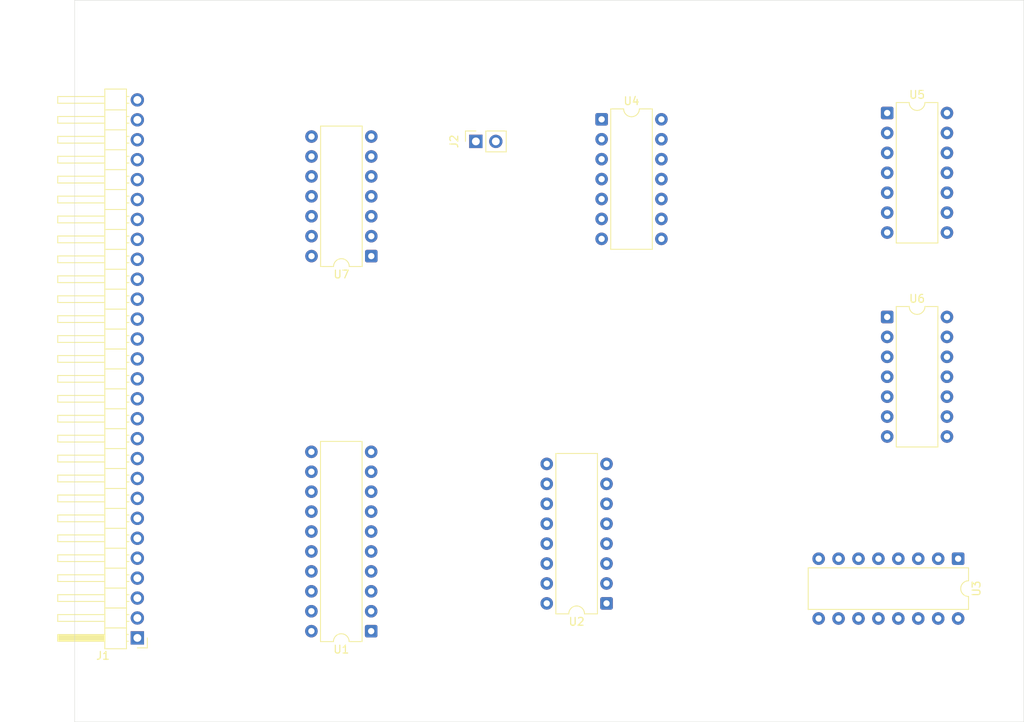
<source format=kicad_pcb>
(kicad_pcb (version 20241229) (generator "pcbnew") (generator_version "9.0")
  (layers (0 "F.Cu" signal) (2 "B.Cu" signal) (13 "F.Paste" user) (15 "B.Paste" user) (5 "F.SilkS" user "F.Silkscreen") (7 "B.SilkS" user "B.Silkscreen") (1 "F.Mask" user) (3 "B.Mask" user) (25 "Edge.Cuts" user))
  (net 0 "")
  (net 1 "/O7")
  (net 2 "/O6")
  (net 3 "Net-(J1-~{EN1})")
  (net 4 "/O4")
  (net 5 "/O1")
  (net 6 "/X1")
  (net 7 "VCC")
  (net 8 "/Y5")
  (net 9 "/Y2")
  (net 10 "/Y0")
  (net 11 "/X3")
  (net 12 "/O0")
  (net 13 "/X4")
  (net 14 "GND")
  (net 15 "/X2")
  (net 16 "/Y3")
  (net 17 "/Y6")
  (net 18 "/X7")
  (net 19 "Net-(J1-~{EN2})")
  (net 20 "/O3")
  (net 21 "/Y1")
  (net 22 "/X5")
  (net 23 "/X0")
  (net 24 "/Y7")
  (net 25 "/Y4")
  (net 26 "/X6")
  (net 27 "/O5")
  (net 28 "/O2")
  (net 29 "Net-(J2-SUB)")
  (net 30 "Net-(J2-C_{out})")
  (net 31 "Net-(U1-I2a)")
  (net 32 "Net-(U1-I1a)")
  (net 33 "Net-(U1-OEa)")
  (net 34 "Net-(U1-I1b)")
  (net 35 "Net-(U1-I3a)")
  (net 36 "Net-(U1-I0b)")
  (net 37 "Net-(U1-I0a)")
  (net 38 "Net-(U1-I2b)")
  (net 39 "Net-(U1-I3b)")
  (net 40 "Net-(U2-C0)")
  (net 41 "/Y_{xor}EN2_{6}")
  (net 42 "Net-(U2-C4)")
  (net 43 "/Y_{xor}EN2_{4}")
  (net 44 "/Y_{xor}EN2_{7}")
  (net 45 "/Y_{xor}EN2_{5}")
  (net 46 "/Y_{xor}EN2_{2}")
  (net 47 "/Y_{xor}EN2_{0}")
  (net 48 "/Y_{xor}EN2_{3}")
  (net 49 "/Y_{xor}EN2_{1}")
  (net 52 "Net-(U4-Pad6)")
  (footprint "Package_DIP:DIP-14_W7.62mm" (layer "F.Cu") (at 187.58 50.38)
    (property "Reference" "U5" (at 3.81 -2.33 0) (layer "F.SilkS"))
    (property "Value" "74HC86")
    (fp_line (start 1.16 -1.33) (end 1.16 16.57) (stroke (width 0.12)) (layer "F.SilkS"))
    (fp_line (start 1.16 16.57) (end 6.46 16.57) (stroke (width 0.12)) (layer "F.SilkS"))
    (fp_line (start 2.81 -1.33) (end 1.16 -1.33) (stroke (width 0.12)) (layer "F.SilkS"))
    (fp_line (start 6.46 -1.33) (end 4.81 -1.33) (stroke (width 0.12)) (layer "F.SilkS"))
    (fp_line (start 6.46 16.57) (end 6.46 -1.33) (stroke (width 0.12)) (layer "F.SilkS"))
    (fp_arc (start 4.81 -1.33) (mid 3.81 -0.33) (end 2.81 -1.33) (stroke (width 0.12)) (layer "F.SilkS"))
    (pad "1" thru_hole roundrect (at 0 0) (size 1.6 1.6) (drill 0.8) (layers "*.Cu" "*.Mask") (roundrect_rratio 0.15625) (net 29 "Net-(J2-SUB)"))
    (pad "2" thru_hole circle (at 0 2.54) (size 1.6 1.6) (drill 0.8) (layers "*.Cu" "*.Mask") (net 24 "/Y7"))
    (pad "3" thru_hole circle (at 0 5.08) (size 1.6 1.6) (drill 0.8) (layers "*.Cu" "*.Mask") (net 44 "/Y_{xor}EN2_{7}"))
    (pad "4" thru_hole circle (at 0 7.62) (size 1.6 1.6) (drill 0.8) (layers "*.Cu" "*.Mask") (net 29 "Net-(J2-SUB)"))
    (pad "5" thru_hole circle (at 0 10.16) (size 1.6 1.6) (drill 0.8) (layers "*.Cu" "*.Mask") (net 8 "/Y5"))
    (pad "6" thru_hole circle (at 0 12.7) (size 1.6 1.6) (drill 0.8) (layers "*.Cu" "*.Mask") (net 45 "/Y_{xor}EN2_{5}"))
    (pad "7" thru_hole circle (at 0 15.24) (size 1.6 1.6) (drill 0.8) (layers "*.Cu" "*.Mask") (net 7 "VCC"))
    (pad "8" thru_hole circle (at 7.62 15.24) (size 1.6 1.6) (drill 0.8) (layers "*.Cu" "*.Mask") (net 48 "/Y_{xor}EN2_{3}"))
    (pad "9" thru_hole circle (at 7.62 12.7) (size 1.6 1.6) (drill 0.8) (layers "*.Cu" "*.Mask") (net 29 "Net-(J2-SUB)"))
    (pad "10" thru_hole circle (at 7.62 10.16) (size 1.6 1.6) (drill 0.8) (layers "*.Cu" "*.Mask") (net 16 "/Y3"))
    (pad "11" thru_hole circle (at 7.62 7.62) (size 1.6 1.6) (drill 0.8) (layers "*.Cu" "*.Mask") (net 49 "/Y_{xor}EN2_{1}"))
    (pad "12" thru_hole circle (at 7.62 5.08) (size 1.6 1.6) (drill 0.8) (layers "*.Cu" "*.Mask") (net 29 "Net-(J2-SUB)"))
    (pad "13" thru_hole circle (at 7.62 2.54) (size 1.6 1.6) (drill 0.8) (layers "*.Cu" "*.Mask") (net 21 "/Y1"))
    (pad "14" thru_hole circle (at 7.62 0) (size 1.6 1.6) (drill 0.8) (layers "*.Cu" "*.Mask") (net 14 "GND"))
  )
  (footprint "Package_DIP:DIP-14_W7.62mm" (layer "F.Cu") (at 151.18 51.185)
    (property "Reference" "U4" (at 3.81 -2.33 0) (layer "F.SilkS"))
    (property "Value" "74AHC04")
    (fp_line (start 1.16 -1.33) (end 1.16 16.57) (stroke (width 0.12)) (layer "F.SilkS"))
    (fp_line (start 1.16 16.57) (end 6.46 16.57) (stroke (width 0.12)) (layer "F.SilkS"))
    (fp_line (start 2.81 -1.33) (end 1.16 -1.33) (stroke (width 0.12)) (layer "F.SilkS"))
    (fp_line (start 6.46 -1.33) (end 4.81 -1.33) (stroke (width 0.12)) (layer "F.SilkS"))
    (fp_line (start 6.46 16.57) (end 6.46 -1.33) (stroke (width 0.12)) (layer "F.SilkS"))
    (fp_arc (start 4.81 -1.33) (mid 3.81 -0.33) (end 2.81 -1.33) (stroke (width 0.12)) (layer "F.SilkS"))
    (pad "1" thru_hole roundrect (at 0 0) (size 1.6 1.6) (drill 0.8) (layers "*.Cu" "*.Mask") (roundrect_rratio 0.15625) (net 19 "Net-(J1-~{EN2})"))
    (pad "2" thru_hole circle (at 0 2.54) (size 1.6 1.6) (drill 0.8) (layers "*.Cu" "*.Mask") (net 29 "Net-(J2-SUB)"))
    (pad "3" thru_hole circle (at 0 5.08) (size 1.6 1.6) (drill 0.8) (layers "*.Cu" "*.Mask") (net 7 "VCC"))
    (pad "4" thru_hole circle (at 0 7.62) (size 1.6 1.6) (drill 0.8) (layers "*.Cu" "*.Mask"))
    (pad "5" thru_hole circle (at 0 10.16) (size 1.6 1.6) (drill 0.8) (layers "*.Cu" "*.Mask") (net 33 "Net-(U1-OEa)"))
    (pad "6" thru_hole circle (at 0 12.7) (size 1.6 1.6) (drill 0.8) (layers "*.Cu" "*.Mask") (net 52 "Net-(U4-Pad6)"))
    (pad "7" thru_hole circle (at 0 15.24) (size 1.6 1.6) (drill 0.8) (layers "*.Cu" "*.Mask") (net 7 "VCC"))
    (pad "8" thru_hole circle (at 7.62 15.24) (size 1.6 1.6) (drill 0.8) (layers "*.Cu" "*.Mask"))
    (pad "9" thru_hole circle (at 7.62 12.7) (size 1.6 1.6) (drill 0.8) (layers "*.Cu" "*.Mask") (net 7 "VCC"))
    (pad "10" thru_hole circle (at 7.62 10.16) (size 1.6 1.6) (drill 0.8) (layers "*.Cu" "*.Mask"))
    (pad "11" thru_hole circle (at 7.62 7.62) (size 1.6 1.6) (drill 0.8) (layers "*.Cu" "*.Mask") (net 7 "VCC"))
    (pad "12" thru_hole circle (at 7.62 5.08) (size 1.6 1.6) (drill 0.8) (layers "*.Cu" "*.Mask"))
    (pad "13" thru_hole circle (at 7.62 2.54) (size 1.6 1.6) (drill 0.8) (layers "*.Cu" "*.Mask") (net 7 "VCC"))
    (pad "14" thru_hole circle (at 7.62 0) (size 1.6 1.6) (drill 0.8) (layers "*.Cu" "*.Mask") (net 14 "GND"))
  )
  (footprint "Package_DIP:DIP-14_W7.62mm" (layer "F.Cu") (at 187.58 76.38)
    (property "Reference" "U6" (at 3.81 -2.33 0) (layer "F.SilkS"))
    (property "Value" "74HC86")
    (fp_line (start 1.16 -1.33) (end 1.16 16.57) (stroke (width 0.12)) (layer "F.SilkS"))
    (fp_line (start 1.16 16.57) (end 6.46 16.57) (stroke (width 0.12)) (layer "F.SilkS"))
    (fp_line (start 2.81 -1.33) (end 1.16 -1.33) (stroke (width 0.12)) (layer "F.SilkS"))
    (fp_line (start 6.46 -1.33) (end 4.81 -1.33) (stroke (width 0.12)) (layer "F.SilkS"))
    (fp_line (start 6.46 16.57) (end 6.46 -1.33) (stroke (width 0.12)) (layer "F.SilkS"))
    (fp_arc (start 4.81 -1.33) (mid 3.81 -0.33) (end 2.81 -1.33) (stroke (width 0.12)) (layer "F.SilkS"))
    (pad "1" thru_hole roundrect (at 0 0) (size 1.6 1.6) (drill 0.8) (layers "*.Cu" "*.Mask") (roundrect_rratio 0.15625) (net 29 "Net-(J2-SUB)"))
    (pad "2" thru_hole circle (at 0 2.54) (size 1.6 1.6) (drill 0.8) (layers "*.Cu" "*.Mask") (net 17 "/Y6"))
    (pad "3" thru_hole circle (at 0 5.08) (size 1.6 1.6) (drill 0.8) (layers "*.Cu" "*.Mask") (net 41 "/Y_{xor}EN2_{6}"))
    (pad "4" thru_hole circle (at 0 7.62) (size 1.6 1.6) (drill 0.8) (layers "*.Cu" "*.Mask") (net 29 "Net-(J2-SUB)"))
    (pad "5" thru_hole circle (at 0 10.16) (size 1.6 1.6) (drill 0.8) (layers "*.Cu" "*.Mask") (net 25 "/Y4"))
    (pad "6" thru_hole circle (at 0 12.7) (size 1.6 1.6) (drill 0.8) (layers "*.Cu" "*.Mask") (net 43 "/Y_{xor}EN2_{4}"))
    (pad "7" thru_hole circle (at 0 15.24) (size 1.6 1.6) (drill 0.8) (layers "*.Cu" "*.Mask") (net 7 "VCC"))
    (pad "8" thru_hole circle (at 7.62 15.24) (size 1.6 1.6) (drill 0.8) (layers "*.Cu" "*.Mask") (net 46 "/Y_{xor}EN2_{2}"))
    (pad "9" thru_hole circle (at 7.62 12.7) (size 1.6 1.6) (drill 0.8) (layers "*.Cu" "*.Mask") (net 29 "Net-(J2-SUB)"))
    (pad "10" thru_hole circle (at 7.62 10.16) (size 1.6 1.6) (drill 0.8) (layers "*.Cu" "*.Mask") (net 9 "/Y2"))
    (pad "11" thru_hole circle (at 7.62 7.62) (size 1.6 1.6) (drill 0.8) (layers "*.Cu" "*.Mask") (net 47 "/Y_{xor}EN2_{0}"))
    (pad "12" thru_hole circle (at 7.62 5.08) (size 1.6 1.6) (drill 0.8) (layers "*.Cu" "*.Mask") (net 29 "Net-(J2-SUB)"))
    (pad "13" thru_hole circle (at 7.62 2.54) (size 1.6 1.6) (drill 0.8) (layers "*.Cu" "*.Mask") (net 10 "/Y0"))
    (pad "14" thru_hole circle (at 7.62 0) (size 1.6 1.6) (drill 0.8) (layers "*.Cu" "*.Mask") (net 14 "GND"))
  )
  (footprint "Package_DIP:DIP-16_W7.62mm" (layer "F.Cu") (at 151.805 112.89 180)
    (property "Reference" "U2" (at 3.81 -2.33 0) (layer "F.SilkS"))
    (property "Value" "74LS83")
    (fp_line (start 6.46 19.11) (end 6.46 -1.33) (stroke (width 0.12)) (layer "F.SilkS"))
    (fp_line (start 6.46 -1.33) (end 4.81 -1.33) (stroke (width 0.12)) (layer "F.SilkS"))
    (fp_line (start 2.81 -1.33) (end 1.16 -1.33) (stroke (width 0.12)) (layer "F.SilkS"))
    (fp_line (start 1.16 19.11) (end 6.46 19.11) (stroke (width 0.12)) (layer "F.SilkS"))
    (fp_line (start 1.16 -1.33) (end 1.16 19.11) (stroke (width 0.12)) (layer "F.SilkS"))
    (fp_arc (start 4.81 -1.33) (mid 3.81 -0.33) (end 2.81 -1.33) (stroke (width 0.12)) (layer "F.SilkS"))
    (pad "1" thru_hole roundrect (at 0 0 180) (size 1.6 1.6) (drill 0.8) (layers "*.Cu" "*.Mask") (roundrect_rratio 0.15625) (net 18 "/X7"))
    (pad "2" thru_hole circle (at 0 2.54 180) (size 1.6 1.6) (drill 0.8) (layers "*.Cu" "*.Mask") (net 38 "Net-(U1-I2b)"))
    (pad "3" thru_hole circle (at 0 5.08 180) (size 1.6 1.6) (drill 0.8) (layers "*.Cu" "*.Mask") (net 26 "/X6"))
    (pad "4" thru_hole circle (at 0 7.62 180) (size 1.6 1.6) (drill 0.8) (layers "*.Cu" "*.Mask") (net 41 "/Y_{xor}EN2_{6}"))
    (pad "5" thru_hole circle (at 0 10.16 180) (size 1.6 1.6) (drill 0.8) (layers "*.Cu" "*.Mask") (net 7 "VCC"))
    (pad "6" thru_hole circle (at 0 12.7 180) (size 1.6 1.6) (drill 0.8) (layers "*.Cu" "*.Mask") (net 34 "Net-(U1-I1b)"))
    (pad "7" thru_hole circle (at 0 15.24 180) (size 1.6 1.6) (drill 0.8) (layers "*.Cu" "*.Mask") (net 45 "/Y_{xor}EN2_{5}"))
    (pad "8" thru_hole circle (at 0 17.78 180) (size 1.6 1.6) (drill 0.8) (layers "*.Cu" "*.Mask") (net 22 "/X5"))
    (pad "9" thru_hole circle (at 7.62 17.78 180) (size 1.6 1.6) (drill 0.8) (layers "*.Cu" "*.Mask") (net 36 "Net-(U1-I0b)"))
    (pad "10" thru_hole circle (at 7.62 15.24 180) (size 1.6 1.6) (drill 0.8) (layers "*.Cu" "*.Mask") (net 13 "/X4"))
    (pad "11" thru_hole circle (at 7.62 12.7 180) (size 1.6 1.6) (drill 0.8) (layers "*.Cu" "*.Mask") (net 43 "/Y_{xor}EN2_{4}"))
    (pad "12" thru_hole circle (at 7.62 10.16 180) (size 1.6 1.6) (drill 0.8) (layers "*.Cu" "*.Mask") (net 14 "GND"))
    (pad "13" thru_hole circle (at 7.62 7.62 180) (size 1.6 1.6) (drill 0.8) (layers "*.Cu" "*.Mask") (net 40 "Net-(U2-C0)"))
    (pad "14" thru_hole circle (at 7.62 5.08 180) (size 1.6 1.6) (drill 0.8) (layers "*.Cu" "*.Mask") (net 42 "Net-(U2-C4)"))
    (pad "15" thru_hole circle (at 7.62 2.54 180) (size 1.6 1.6) (drill 0.8) (layers "*.Cu" "*.Mask") (net 39 "Net-(U1-I3b)"))
    (pad "16" thru_hole circle (at 7.62 0 180) (size 1.6 1.6) (drill 0.8) (layers "*.Cu" "*.Mask") (net 44 "/Y_{xor}EN2_{7}"))
  )
  (footprint "Connector_PinHeader_2.54mm:PinHeader_1x28_P2.54mm_Horizontal" (layer "F.Cu") (at 92 117.29 180)
    (property "Reference" "J1" (at 4.385 -2.27 0) (layer "F.SilkS"))
    (property "Value" "LNCPU ALU Operator socket, male")
    (fp_line (start 10.15 69.01) (end 4.15 69.01) (stroke (width 0.12)) (layer "F.SilkS"))
    (fp_line (start 10.15 68.15) (end 10.15 69.01) (stroke (width 0.12)) (layer "F.SilkS"))
    (fp_line (start 10.15 66.47) (end 4.15 66.47) (stroke (width 0.12)) (layer "F.SilkS"))
    (fp_line (start 10.15 65.61) (end 10.15 66.47) (stroke (width 0.12)) (layer "F.SilkS"))
    (fp_line (start 10.15 63.93) (end 4.15 63.93) (stroke (width 0.12)) (layer "F.SilkS"))
    (fp_line (start 10.15 63.07) (end 10.15 63.93) (stroke (width 0.12)) (layer "F.SilkS"))
    (fp_line (start 10.15 61.39) (end 4.15 61.39) (stroke (width 0.12)) (layer "F.SilkS"))
    (fp_line (start 10.15 60.53) (end 10.15 61.39) (stroke (width 0.12)) (layer "F.SilkS"))
    (fp_line (start 10.15 58.85) (end 4.15 58.85) (stroke (width 0.12)) (layer "F.SilkS"))
    (fp_line (start 10.15 57.99) (end 10.15 58.85) (stroke (width 0.12)) (layer "F.SilkS"))
    (fp_line (start 10.15 56.31) (end 4.15 56.31) (stroke (width 0.12)) (layer "F.SilkS"))
    (fp_line (start 10.15 55.45) (end 10.15 56.31) (stroke (width 0.12)) (layer "F.SilkS"))
    (fp_line (start 10.15 53.77) (end 4.15 53.77) (stroke (width 0.12)) (layer "F.SilkS"))
    (fp_line (start 10.15 52.91) (end 10.15 53.77) (stroke (width 0.12)) (layer "F.SilkS"))
    (fp_line (start 10.15 51.23) (end 4.15 51.23) (stroke (width 0.12)) (layer "F.SilkS"))
    (fp_line (start 10.15 50.37) (end 10.15 51.23) (stroke (width 0.12)) (layer "F.SilkS"))
    (fp_line (start 10.15 48.69) (end 4.15 48.69) (stroke (width 0.12)) (layer "F.SilkS"))
    (fp_line (start 10.15 47.83) (end 10.15 48.69) (stroke (width 0.12)) (layer "F.SilkS"))
    (fp_line (start 10.15 46.15) (end 4.15 46.15) (stroke (width 0.12)) (layer "F.SilkS"))
    (fp_line (start 10.15 45.29) (end 10.15 46.15) (stroke (width 0.12)) (layer "F.SilkS"))
    (fp_line (start 10.15 43.61) (end 4.15 43.61) (stroke (width 0.12)) (layer "F.SilkS"))
    (fp_line (start 10.15 42.75) (end 10.15 43.61) (stroke (width 0.12)) (layer "F.SilkS"))
    (fp_line (start 10.15 41.07) (end 4.15 41.07) (stroke (width 0.12)) (layer "F.SilkS"))
    (fp_line (start 10.15 40.21) (end 10.15 41.07) (stroke (width 0.12)) (layer "F.SilkS"))
    (fp_line (start 10.15 38.53) (end 4.15 38.53) (stroke (width 0.12)) (layer "F.SilkS"))
    (fp_line (start 10.15 37.67) (end 10.15 38.53) (stroke (width 0.12)) (layer "F.SilkS"))
    (fp_line (start 10.15 35.99) (end 4.15 35.99) (stroke (width 0.12)) (layer "F.SilkS"))
    (fp_line (start 10.15 35.13) (end 10.15 35.99) (stroke (width 0.12)) (layer "F.SilkS"))
    (fp_line (start 10.15 33.45) (end 4.15 33.45) (stroke (width 0.12)) (layer "F.SilkS"))
    (fp_line (start 10.15 32.59) (end 10.15 33.45) (stroke (width 0.12)) (layer "F.SilkS"))
    (fp_line (start 10.15 30.91) (end 4.15 30.91) (stroke (width 0.12)) (layer "F.SilkS"))
    (fp_line (start 10.15 30.05) (end 10.15 30.91) (stroke (width 0.12)) (layer "F.SilkS"))
    (fp_line (start 10.15 28.37) (end 4.15 28.37) (stroke (width 0.12)) (layer "F.SilkS"))
    (fp_line (start 10.15 27.51) (end 10.15 28.37) (stroke (width 0.12)) (layer "F.SilkS"))
    (fp_line (start 10.15 25.83) (end 4.15 25.83) (stroke (width 0.12)) (layer "F.SilkS"))
    (fp_line (start 10.15 24.97) (end 10.15 25.83) (stroke (width 0.12)) (layer "F.SilkS"))
    (fp_line (start 10.15 23.29) (end 4.15 23.29) (stroke (width 0.12)) (layer "F.SilkS"))
    (fp_line (start 10.15 22.43) (end 10.15 23.29) (stroke (width 0.12)) (layer "F.SilkS"))
    (fp_line (start 10.15 20.75) (end 4.15 20.75) (stroke (width 0.12)) (layer "F.SilkS"))
    (fp_line (start 10.15 19.89) (end 10.15 20.75) (stroke (width 0.12)) (layer "F.SilkS"))
    (fp_line (start 10.15 18.21) (end 4.15 18.21) (stroke (width 0.12)) (layer "F.SilkS"))
    (fp_line (start 10.15 17.35) (end 10.15 18.21) (stroke (width 0.12)) (layer "F.SilkS"))
    (fp_line (start 10.15 15.67) (end 4.15 15.67) (stroke (width 0.12)) (layer "F.SilkS"))
    (fp_line (start 10.15 14.81) (end 10.15 15.67) (stroke (width 0.12)) (layer "F.SilkS"))
    (fp_line (start 10.15 13.13) (end 4.15 13.13) (stroke (width 0.12)) (layer "F.SilkS"))
    (fp_line (start 10.15 12.27) (end 10.15 13.13) (stroke (width 0.12)) (layer "F.SilkS"))
    (fp_line (start 10.15 10.59) (end 4.15 10.59) (stroke (width 0.12)) (layer "F.SilkS"))
    (fp_line (start 10.15 9.73) (end 10.15 10.59) (stroke (width 0.12)) (layer "F.SilkS"))
    (fp_line (start 10.15 8.05) (end 4.15 8.05) (stroke (width 0.12)) (layer "F.SilkS"))
    (fp_line (start 10.15 7.19) (end 10.15 8.05) (stroke (width 0.12)) (layer "F.SilkS"))
    (fp_line (start 10.15 5.51) (end 4.15 5.51) (stroke (width 0.12)) (layer "F.SilkS"))
    (fp_line (start 10.15 4.65) (end 10.15 5.51) (stroke (width 0.12)) (layer "F.SilkS"))
    (fp_line (start 10.15 2.97) (end 4.15 2.97) (stroke (width 0.12)) (layer "F.SilkS"))
    (fp_line (start 10.15 2.11) (end 10.15 2.97) (stroke (width 0.12)) (layer "F.SilkS"))
    (fp_line (start 4.15 69.96) (end 4.15 -1.38) (stroke (width 0.12)) (layer "F.SilkS"))
    (fp_line (start 4.15 68.15) (end 10.15 68.15) (stroke (width 0.12)) (layer "F.SilkS"))
    (fp_line (start 4.15 65.61) (end 10.15 65.61) (stroke (width 0.12)) (layer "F.SilkS"))
    (fp_line (start 4.15 63.07) (end 10.15 63.07) (stroke (width 0.12)) (layer "F.SilkS"))
    (fp_line (start 4.15 60.53) (end 10.15 60.53) (stroke (width 0.12)) (layer "F.SilkS"))
    (fp_line (start 4.15 57.99) (end 10.15 57.99) (stroke (width 0.12)) (layer "F.SilkS"))
    (fp_line (start 4.15 55.45) (end 10.15 55.45) (stroke (width 0.12)) (layer "F.SilkS"))
    (fp_line (start 4.15 52.91) (end 10.15 52.91) (stroke (width 0.12)) (layer "F.SilkS"))
    (fp_line (start 4.15 50.37) (end 10.15 50.37) (stroke (width 0.12)) (layer "F.SilkS"))
    (fp_line (start 4.15 47.83) (end 10.15 47.83) (stroke (width 0.12)) (layer "F.SilkS"))
    (fp_line (start 4.15 45.29) (end 10.15 45.29) (stroke (width 0.12)) (layer "F.SilkS"))
    (fp_line (start 4.15 42.75) (end 10.15 42.75) (stroke (width 0.12)) (layer "F.SilkS"))
    (fp_line (start 4.15 40.21) (end 10.15 40.21) (stroke (width 0.12)) (layer "F.SilkS"))
    (fp_line (start 4.15 37.67) (end 10.15 37.67) (stroke (width 0.12)) (layer "F.SilkS"))
    (fp_line (start 4.15 35.13) (end 10.15 35.13) (stroke (width 0.12)) (layer "F.SilkS"))
    (fp_line (start 4.15 32.59) (end 10.15 32.59) (stroke (width 0.12)) (layer "F.SilkS"))
    (fp_line (start 4.15 30.05) (end 10.15 30.05) (stroke (width 0.12)) (layer "F.SilkS"))
    (fp_line (start 4.15 27.51) (end 10.15 27.51) (stroke (width 0.12)) (layer "F.SilkS"))
    (fp_line (start 4.15 24.97) (end 10.15 24.97) (stroke (width 0.12)) (layer "F.SilkS"))
    (fp_line (start 4.15 22.43) (end 10.15 22.43) (stroke (width 0.12)) (layer "F.SilkS"))
    (fp_line (start 4.15 19.89) (end 10.15 19.89) (stroke (width 0.12)) (layer "F.SilkS"))
    (fp_line (start 4.15 17.35) (end 10.15 17.35) (stroke (width 0.12)) (layer "F.SilkS"))
    (fp_line (start 4.15 14.81) (end 10.15 14.81) (stroke (width 0.12)) (layer "F.SilkS"))
    (fp_line (start 4.15 12.27) (end 10.15 12.27) (stroke (width 0.12)) (layer "F.SilkS"))
    (fp_line (start 4.15 9.73) (end 10.15 9.73) (stroke (width 0.12)) (layer "F.SilkS"))
    (fp_line (start 4.15 7.19) (end 10.15 7.19) (stroke (width 0.12)) (layer "F.SilkS"))
    (fp_line (start 4.15 4.65) (end 10.15 4.65) (stroke (width 0.12)) (layer "F.SilkS"))
    (fp_line (start 4.15 2.11) (end 10.15 2.11) (stroke (width 0.12)) (layer "F.SilkS"))
    (fp_line (start 4.15 -1.38) (end 1.39 -1.38) (stroke (width 0.12)) (layer "F.SilkS"))
    (fp_line (start 1.39 69.96) (end 4.15 69.96) (stroke (width 0.12)) (layer "F.SilkS"))
    (fp_line (start 1.39 67.31) (end 4.15 67.31) (stroke (width 0.12)) (layer "F.SilkS"))
    (fp_line (start 1.39 64.77) (end 4.15 64.77) (stroke (width 0.12)) (layer "F.SilkS"))
    (fp_line (start 1.39 62.23) (end 4.15 62.23) (stroke (width 0.12)) (layer "F.SilkS"))
    (fp_line (start 1.39 59.69) (end 4.15 59.69) (stroke (width 0.12)) (layer "F.SilkS"))
    (fp_line (start 1.39 57.15) (end 4.15 57.15) (stroke (width 0.12)) (layer "F.SilkS"))
    (fp_line (start 1.39 54.61) (end 4.15 54.61) (stroke (width 0.12)) (layer "F.SilkS"))
    (fp_line (start 1.39 52.07) (end 4.15 52.07) (stroke (width 0.12)) (layer "F.SilkS"))
    (fp_line (start 1.39 49.53) (end 4.15 49.53) (stroke (width 0.12)) (layer "F.SilkS"))
    (fp_line (start 1.39 46.99) (end 4.15 46.99) (stroke (width 0.12)) (layer "F.SilkS"))
    (fp_line (start 1.39 44.45) (end 4.15 44.45) (stroke (width 0.12)) (layer "F.SilkS"))
    (fp_line (start 1.39 41.91) (end 4.15 41.91) (stroke (width 0.12)) (layer "F.SilkS"))
    (fp_line (start 1.39 39.37) (end 4.15 39.37) (stroke (width 0.12)) (layer "F.SilkS"))
    (fp_line (start 1.39 36.83) (end 4.15 36.83) (stroke (width 0.12)) (layer "F.SilkS"))
    (fp_line (start 1.39 34.29) (end 4.15 34.29) (stroke (width 0.12)) (layer "F.SilkS"))
    (fp_line (start 1.39 31.75) (end 4.15 31.75) (stroke (width 0.12)) (layer "F.SilkS"))
    (fp_line (start 1.39 29.21) (end 4.15 29.21) (stroke (width 0.12)) (layer "F.SilkS"))
    (fp_line (start 1.39 26.67) (end 4.15 26.67) (stroke (width 0.12)) (layer "F.SilkS"))
    (fp_line (start 1.39 24.13) (end 4.15 24.13) (stroke (width 0.12)) (layer "F.SilkS"))
    (fp_line (start 1.39 21.59) (end 4.15 21.59) (stroke (width 0.12)) (layer "F.SilkS"))
    (fp_line (start 1.39 19.05) (end 4.15 19.05) (stroke (width 0.12)) (layer "F.SilkS"))
    (fp_line (start 1.39 16.51) (end 4.15 16.51) (stroke (width 0.12)) (layer "F.SilkS"))
    (fp_line (start 1.39 13.97) (end 4.15 13.97) (stroke (width 0.12)) (layer "F.SilkS"))
    (fp_line (start 1.39 11.43) (end 4.15 11.43) (stroke (width 0.12)) (layer "F.SilkS"))
    (fp_line (start 1.39 8.89) (end 4.15 8.89) (stroke (width 0.12)) (layer "F.SilkS"))
    (fp_line (start 1.39 6.35) (end 4.15 6.35) (stroke (width 0.12)) (layer "F.SilkS"))
    (fp_line (start 1.39 3.81) (end 4.15 3.81) (stroke (width 0.12)) (layer "F.SilkS"))
    (fp_line (start 1.39 1.27) (end 4.15 1.27) (stroke (width 0.12)) (layer "F.SilkS"))
    (fp_line (start 1.39 -1.38) (end 1.39 69.96) (stroke (width 0.12)) (layer "F.SilkS"))
    (fp_line (start 1.16 0.43) (end 1.39 0.43) (stroke (width 0.12)) (layer "F.SilkS"))
    (fp_line (start 1.16 -0.43) (end 1.39 -0.43) (stroke (width 0.12)) (layer "F.SilkS"))
    (fp_line (start 1.077358 69.01) (end 1.39 69.01) (stroke (width 0.12)) (layer "F.SilkS"))
    (fp_line (start 1.077358 68.15) (end 1.39 68.15) (stroke (width 0.12)) (layer "F.SilkS"))
    (fp_line (start 1.077358 66.47) (end 1.39 66.47) (stroke (width 0.12)) (layer "F.SilkS"))
    (fp_line (start 1.077358 65.61) (end 1.39 65.61) (stroke (width 0.12)) (layer "F.SilkS"))
    (fp_line (start 1.077358 63.93) (end 1.39 63.93) (stroke (width 0.12)) (layer "F.SilkS"))
    (fp_line (start 1.077358 63.07) (end 1.39 63.07) (stroke (width 0.12)) (layer "F.SilkS"))
    (fp_line (start 1.077358 61.39) (end 1.39 61.39) (stroke (width 0.12)) (layer "F.SilkS"))
    (fp_line (start 1.077358 60.53) (end 1.39 60.53) (stroke (width 0.12)) (layer "F.SilkS"))
    (fp_line (start 1.077358 58.85) (end 1.39 58.85) (stroke (width 0.12)) (layer "F.SilkS"))
    (fp_line (start 1.077358 57.99) (end 1.39 57.99) (stroke (width 0.12)) (layer "F.SilkS"))
    (fp_line (start 1.077358 56.31) (end 1.39 56.31) (stroke (width 0.12)) (layer "F.SilkS"))
    (fp_line (start 1.077358 55.45) (end 1.39 55.45) (stroke (width 0.12)) (layer "F.SilkS"))
    (fp_line (start 1.077358 53.77) (end 1.39 53.77) (stroke (width 0.12)) (layer "F.SilkS"))
    (fp_line (start 1.077358 52.91) (end 1.39 52.91) (stroke (width 0.12)) (layer "F.SilkS"))
    (fp_line (start 1.077358 51.23) (end 1.39 51.23) (stroke (width 0.12)) (layer "F.SilkS"))
    (fp_line (start 1.077358 50.37) (end 1.39 50.37) (stroke (width 0.12)) (layer "F.SilkS"))
    (fp_line (start 1.077358 48.69) (end 1.39 48.69) (stroke (width 0.12)) (layer "F.SilkS"))
    (fp_line (start 1.077358 47.83) (end 1.39 47.83) (stroke (width 0.12)) (layer "F.SilkS"))
    (fp_line (start 1.077358 46.15) (end 1.39 46.15) (stroke (width 0.12)) (layer "F.SilkS"))
    (fp_line (start 1.077358 45.29) (end 1.39 45.29) (stroke (width 0.12)) (layer "F.SilkS"))
    (fp_line (start 1.077358 43.61) (end 1.39 43.61) (stroke (width 0.12)) (layer "F.SilkS"))
    (fp_line (start 1.077358 42.75) (end 1.39 42.75) (stroke (width 0.12)) (layer "F.SilkS"))
    (fp_line (start 1.077358 41.07) (end 1.39 41.07) (stroke (width 0.12)) (layer "F.SilkS"))
    (fp_line (start 1.077358 40.21) (end 1.39 40.21) (stroke (width 0.12)) (layer "F.SilkS"))
    (fp_line (start 1.077358 38.53) (end 1.39 38.53) (stroke (width 0.12)) (layer "F.SilkS"))
    (fp_line (start 1.077358 37.67) (end 1.39 37.67) (stroke (width 0.12)) (layer "F.SilkS"))
    (fp_line (start 1.077358 35.99) (end 1.39 35.99) (stroke (width 0.12)) (layer "F.SilkS"))
    (fp_line (start 1.077358 35.13) (end 1.39 35.13) (stroke (width 0.12)) (layer "F.SilkS"))
    (fp_line (start 1.077358 33.45) (end 1.39 33.45) (stroke (width 0.12)) (layer "F.SilkS"))
    (fp_line (start 1.077358 32.59) (end 1.39 32.59) (stroke (width 0.12)) (layer "F.SilkS"))
    (fp_line (start 1.077358 30.91) (end 1.39 30.91) (stroke (width 0.12)) (layer "F.SilkS"))
    (fp_line (start 1.077358 30.05) (end 1.39 30.05) (stroke (width 0.12)) (layer "F.SilkS"))
    (fp_line (start 1.077358 28.37) (end 1.39 28.37) (stroke (width 0.12)) (layer "F.SilkS"))
    (fp_line (start 1.077358 27.51) (end 1.39 27.51) (stroke (width 0.12)) (layer "F.SilkS"))
    (fp_line (start 1.077358 25.83) (end 1.39 25.83) (stroke (width 0.12)) (layer "F.SilkS"))
    (fp_line (start 1.077358 24.97) (end 1.39 24.97) (stroke (width 0.12)) (layer "F.SilkS"))
    (fp_line (start 1.077358 23.29) (end 1.39 23.29) (stroke (width 0.12)) (layer "F.SilkS"))
    (fp_line (start 1.077358 22.43) (end 1.39 22.43) (stroke (width 0.12)) (layer "F.SilkS"))
    (fp_line (start 1.077358 20.75) (end 1.39 20.75) (stroke (width 0.12)) (layer "F.SilkS"))
    (fp_line (start 1.077358 19.89) (end 1.39 19.89) (stroke (width 0.12)) (layer "F.SilkS"))
    (fp_line (start 1.077358 18.21) (end 1.39 18.21) (stroke (width 0.12)) (layer "F.SilkS"))
    (fp_line (start 1.077358 17.35) (end 1.39 17.35) (stroke (width 0.12)) (layer "F.SilkS"))
    (fp_line (start 1.077358 15.67) (end 1.39 15.67) (stroke (width 0.12)) (layer "F.SilkS"))
    (fp_line (start 1.077358 14.81) (end 1.39 14.81) (stroke (width 0.12)) (layer "F.SilkS"))
    (fp_line (start 1.077358 13.13) (end 1.39 13.13) (stroke (width 0.12)) (layer "F.SilkS"))
    (fp_line (start 1.077358 12.27) (end 1.39 12.27) (stroke (width 0.12)) (layer "F.SilkS"))
    (fp_line (start 1.077358 10.59) (end 1.39 10.59) (stroke (width 0.12)) (layer "F.SilkS"))
    (fp_line (start 1.077358 9.73) (end 1.39 9.73) (stroke (width 0.12)) (layer "F.SilkS"))
    (fp_line (start 1.077358 8.05) (end 1.39 8.05) (stroke (width 0.12)) (layer "F.SilkS"))
    (fp_line (start 1.077358 7.19) (end 1.39 7.19) (stroke (width 0.12)) (layer "F.SilkS"))
    (fp_line (start 1.077358 5.51) (end 1.39 5.51) (stroke (width 0.12)) (layer "F.SilkS"))
    (fp_line (start 1.077358 4.65) (end 1.39 4.65) (stroke (width 0.12)) (layer "F.SilkS"))
    (fp_line (start 1.077358 2.97) (end 1.39 2.97) (stroke (width 0.12)) (layer "F.SilkS"))
    (fp_line (start 1.077358 2.11) (end 1.39 2.11) (stroke (width 0.12)) (layer "F.SilkS"))
    (fp_line (start -1.27 0) (end -1.27 -1.27) (stroke (width 0.12)) (layer "F.SilkS"))
    (fp_line (start -1.27 -1.27) (end 0 -1.27) (stroke (width 0.12)) (layer "F.SilkS"))
    (fp_rect (start 4.15 -0.43) (end 10.15 0.43) (stroke (width 0.12)) (fill yes) (layer "F.SilkS"))
    (pad "1" thru_hole rect (at 0 0 180) (size 1.7 1.7) (drill 1) (layers "*.Cu" "*.Mask") (net 14 "GND"))
    (pad "2" thru_hole circle (at 0 2.54 180) (size 1.7 1.7) (drill 1) (layers "*.Cu" "*.Mask") (net 12 "/O0"))
    (pad "3" thru_hole circle (at 0 5.08 180) (size 1.7 1.7) (drill 1) (layers "*.Cu" "*.Mask") (net 5 "/O1"))
    (pad "4" thru_hole circle (at 0 7.62 180) (size 1.7 1.7) (drill 1) (layers "*.Cu" "*.Mask") (net 28 "/O2"))
    (pad "5" thru_hole circle (at 0 10.16 180) (size 1.7 1.7) (drill 1) (layers "*.Cu" "*.Mask") (net 20 "/O3"))
    (pad "6" thru_hole circle (at 0 12.7 180) (size 1.7 1.7) (drill 1) (layers "*.Cu" "*.Mask") (net 4 "/O4"))
    (pad "7" thru_hole circle (at 0 15.24 180) (size 1.7 1.7) (drill 1) (layers "*.Cu" "*.Mask") (net 27 "/O5"))
    (pad "8" thru_hole circle (at 0 17.78 180) (size 1.7 1.7) (drill 1) (layers "*.Cu" "*.Mask") (net 2 "/O6"))
    (pad "9" thru_hole circle (at 0 20.32 180) (size 1.7 1.7) (drill 1) (layers "*.Cu" "*.Mask") (net 1 "/O7"))
    (pad "10" thru_hole circle (at 0 22.86 180) (size 1.7 1.7) (drill 1) (layers "*.Cu" "*.Mask") (net 23 "/X0"))
    (pad "11" thru_hole circle (at 0 25.4 180) (size 1.7 1.7) (drill 1) (layers "*.Cu" "*.Mask") (net 6 "/X1"))
    (pad "12" thru_hole circle (at 0 27.94 180) (size 1.7 1.7) (drill 1) (layers "*.Cu" "*.Mask") (net 15 "/X2"))
    (pad "13" thru_hole circle (at 0 30.48 180) (size 1.7 1.7) (drill 1) (layers "*.Cu" "*.Mask") (net 11 "/X3"))
    (pad "14" thru_hole circle (at 0 33.02 180) (size 1.7 1.7) (drill 1) (layers "*.Cu" "*.Mask") (net 13 "/X4"))
    (pad "15" thru_hole circle (at 0 35.56 180) (size 1.7 1.7) (drill 1) (layers "*.Cu" "*.Mask") (net 22 "/X5"))
    (pad "16" thru_hole circle (at 0 38.1 180) (size 1.7 1.7) (drill 1) (layers "*.Cu" "*.Mask") (net 26 "/X6"))
    (pad "17" thru_hole circle (at 0 40.64 180) (size 1.7 1.7) (drill 1) (layers "*.Cu" "*.Mask") (net 18 "/X7"))
    (pad "18" thru_hole circle (at 0 43.18 180) (size 1.7 1.7) (drill 1) (layers "*.Cu" "*.Mask") (net 10 "/Y0"))
    (pad "19" thru_hole circle (at 0 45.72 180) (size 1.7 1.7) (drill 1) (layers "*.Cu" "*.Mask") (net 21 "/Y1"))
    (pad "20" thru_hole circle (at 0 48.26 180) (size 1.7 1.7) (drill 1) (layers "*.Cu" "*.Mask") (net 9 "/Y2"))
    (pad "21" thru_hole circle (at 0 50.8 180) (size 1.7 1.7) (drill 1) (layers "*.Cu" "*.Mask") (net 16 "/Y3"))
    (pad "22" thru_hole circle (at 0 53.34 180) (size 1.7 1.7) (drill 1) (layers "*.Cu" "*.Mask") (net 25 "/Y4"))
    (pad "23" thru_hole circle (at 0 55.88 180) (size 1.7 1.7) (drill 1) (layers "*.Cu" "*.Mask") (net 8 "/Y5"))
    (pad "24" thru_hole circle (at 0 58.42 180) (size 1.7 1.7) (drill 1) (layers "*.Cu" "*.Mask") (net 17 "/Y6"))
    (pad "25" thru_hole circle (at 0 60.96 180) (size 1.7 1.7) (drill 1) (layers "*.Cu" "*.Mask") (net 24 "/Y7"))
    (pad "26" thru_hole circle (at 0 63.5 180) (size 1.7 1.7) (drill 1) (layers "*.Cu" "*.Mask") (net 3 "Net-(J1-~{EN1})"))
    (pad "27" thru_hole circle (at 0 66.04 180) (size 1.7 1.7) (drill 1) (layers "*.Cu" "*.Mask") (net 19 "Net-(J1-~{EN2})"))
    (pad "28" thru_hole circle (at 0 68.58 180) (size 1.7 1.7) (drill 1) (layers "*.Cu" "*.Mask") (net 7 "VCC"))
  )
  (footprint "Package_DIP:DIP-16_W7.62mm" (layer "F.Cu") (at 196.625 107.195 -90)
    (property "Reference" "U3" (at 3.81 -2.33 90) (layer "F.SilkS"))
    (property "Value" "74LS83")
    (fp_line (start 1.16 19.11) (end 6.46 19.11) (stroke (width 0.12)) (layer "F.SilkS"))
    (fp_line (start 6.46 19.11) (end 6.46 -1.33) (stroke (width 0.12)) (layer "F.SilkS"))
    (fp_line (start 1.16 -1.33) (end 1.16 19.11) (stroke (width 0.12)) (layer "F.SilkS"))
    (fp_line (start 2.81 -1.33) (end 1.16 -1.33) (stroke (width 0.12)) (layer "F.SilkS"))
    (fp_line (start 6.46 -1.33) (end 4.81 -1.33) (stroke (width 0.12)) (layer "F.SilkS"))
    (fp_arc (start 4.81 -1.33) (mid 3.81 -0.33) (end 2.81 -1.33) (stroke (width 0.12)) (layer "F.SilkS"))
    (pad "1" thru_hole roundrect (at 0 0 270) (size 1.6 1.6) (drill 0.8) (layers "*.Cu" "*.Mask") (roundrect_rratio 0.15625) (net 11 "/X3"))
    (pad "2" thru_hole circle (at 0 2.54 270) (size 1.6 1.6) (drill 0.8) (layers "*.Cu" "*.Mask") (net 31 "Net-(U1-I2a)"))
    (pad "3" thru_hole circle (at 0 5.08 270) (size 1.6 1.6) (drill 0.8) (layers "*.Cu" "*.Mask") (net 15 "/X2"))
    (pad "4" thru_hole circle (at 0 7.62 270) (size 1.6 1.6) (drill 0.8) (layers "*.Cu" "*.Mask") (net 46 "/Y_{xor}EN2_{2}"))
    (pad "5" thru_hole circle (at 0 10.16 270) (size 1.6 1.6) (drill 0.8) (layers "*.Cu" "*.Mask") (net 7 "VCC"))
    (pad "6" thru_hole circle (at 0 12.7 270) (size 1.6 1.6) (drill 0.8) (layers "*.Cu" "*.Mask") (net 32 "Net-(U1-I1a)"))
    (pad "7" thru_hole circle (at 0 15.24 270) (size 1.6 1.6) (drill 0.8) (layers "*.Cu" "*.Mask") (net 49 "/Y_{xor}EN2_{1}"))
    (pad "8" thru_hole circle (at 0 17.78 270) (size 1.6 1.6) (drill 0.8) (layers "*.Cu" "*.Mask") (net 6 "/X1"))
    (pad "9" thru_hole circle (at 7.62 17.78 270) (size 1.6 1.6) (drill 0.8) (layers "*.Cu" "*.Mask") (net 37 "Net-(U1-I0a)"))
    (pad "10" thru_hole circle (at 7.62 15.24 270) (size 1.6 1.6) (drill 0.8) (layers "*.Cu" "*.Mask") (net 23 "/X0"))
    (pad "11" thru_hole circle (at 7.62 12.7 270) (size 1.6 1.6) (drill 0.8) (layers "*.Cu" "*.Mask") (net 47 "/Y_{xor}EN2_{0}"))
    (pad "12" thru_hole circle (at 7.62 10.16 270) (size 1.6 1.6) (drill 0.8) (layers "*.Cu" "*.Mask") (net 14 "GND"))
    (pad "13" thru_hole circle (at 7.62 7.62 270) (size 1.6 1.6) (drill 0.8) (layers "*.Cu" "*.Mask") (net 29 "Net-(J2-SUB)"))
    (pad "14" thru_hole circle (at 7.62 5.08 270) (size 1.6 1.6) (drill 0.8) (layers "*.Cu" "*.Mask") (net 40 "Net-(U2-C0)"))
    (pad "15" thru_hole circle (at 7.62 2.54 270) (size 1.6 1.6) (drill 0.8) (layers "*.Cu" "*.Mask") (net 35 "Net-(U1-I3a)"))
    (pad "16" thru_hole circle (at 7.62 0 270) (size 1.6 1.6) (drill 0.8) (layers "*.Cu" "*.Mask") (net 48 "/Y_{xor}EN2_{3}"))
  )
  (footprint "Package_DIP:DIP-20_W7.62mm" (layer "F.Cu") (at 121.805 116.43 180)
    (property "Reference" "U1" (at 3.81 -2.33 0) (layer "F.SilkS"))
    (property "Value" "74LS244")
    (fp_line (start 6.46 24.19) (end 6.46 -1.33) (stroke (width 0.12)) (layer "F.SilkS"))
    (fp_line (start 6.46 -1.33) (end 4.81 -1.33) (stroke (width 0.12)) (layer "F.SilkS"))
    (fp_line (start 2.81 -1.33) (end 1.16 -1.33) (stroke (width 0.12)) (layer "F.SilkS"))
    (fp_line (start 1.16 24.19) (end 6.46 24.19) (stroke (width 0.12)) (layer "F.SilkS"))
    (fp_line (start 1.16 -1.33) (end 1.16 24.19) (stroke (width 0.12)) (layer "F.SilkS"))
    (fp_arc (start 4.81 -1.33) (mid 3.81 -0.33) (end 2.81 -1.33) (stroke (width 0.12)) (layer "F.SilkS"))
    (pad "1" thru_hole roundrect (at 0 0 180) (size 1.6 1.6) (drill 0.8) (layers "*.Cu" "*.Mask") (roundrect_rratio 0.15625) (net 33 "Net-(U1-OEa)"))
    (pad "2" thru_hole circle (at 0 2.54 180) (size 1.6 1.6) (drill 0.8) (layers "*.Cu" "*.Mask") (net 37 "Net-(U1-I0a)"))
    (pad "3" thru_hole circle (at 0 5.08 180) (size 1.6 1.6) (drill 0.8) (layers "*.Cu" "*.Mask") (net 1 "/O7"))
    (pad "4" thru_hole circle (at 0 7.62 180) (size 1.6 1.6) (drill 0.8) (layers "*.Cu" "*.Mask") (net 32 "Net-(U1-I1a)"))
    (pad "5" thru_hole circle (at 0 10.16 180) (size 1.6 1.6) (drill 0.8) (layers "*.Cu" "*.Mask") (net 2 "/O6"))
    (pad "6" thru_hole circle (at 0 12.7 180) (size 1.6 1.6) (drill 0.8) (layers "*.Cu" "*.Mask") (net 31 "Net-(U1-I2a)"))
    (pad "7" thru_hole circle (at 0 15.24 180) (size 1.6 1.6) (drill 0.8) (layers "*.Cu" "*.Mask") (net 27 "/O5"))
    (pad "8" thru_hole circle (at 0 17.78 180) (size 1.6 1.6) (drill 0.8) (layers "*.Cu" "*.Mask") (net 35 "Net-(U1-I3a)"))
    (pad "9" thru_hole circle (at 0 20.32 180) (size 1.6 1.6) (drill 0.8) (layers "*.Cu" "*.Mask") (net 4 "/O4"))
    (pad "10" thru_hole circle (at 0 22.86 180) (size 1.6 1.6) (drill 0.8) (layers "*.Cu" "*.Mask") (net 14 "GND"))
    (pad "11" thru_hole circle (at 7.62 22.86 180) (size 1.6 1.6) (drill 0.8) (layers "*.Cu" "*.Mask") (net 36 "Net-(U1-I0b)"))
    (pad "12" thru_hole circle (at 7.62 20.32 180) (size 1.6 1.6) (drill 0.8) (layers "*.Cu" "*.Mask") (net 20 "/O3"))
    (pad "13" thru_hole circle (at 7.62 17.78 180) (size 1.6 1.6) (drill 0.8) (layers "*.Cu" "*.Mask") (net 34 "Net-(U1-I1b)"))
    (pad "14" thru_hole circle (at 7.62 15.24 180) (size 1.6 1.6) (drill 0.8) (layers "*.Cu" "*.Mask") (net 28 "/O2"))
    (pad "15" thru_hole circle (at 7.62 12.7 180) (size 1.6 1.6) (drill 0.8) (layers "*.Cu" "*.Mask") (net 38 "Net-(U1-I2b)"))
    (pad "16" thru_hole circle (at 7.62 10.16 180) (size 1.6 1.6) (drill 0.8) (layers "*.Cu" "*.Mask") (net 5 "/O1"))
    (pad "17" thru_hole circle (at 7.62 7.62 180) (size 1.6 1.6) (drill 0.8) (layers "*.Cu" "*.Mask") (net 39 "Net-(U1-I3b)"))
    (pad "18" thru_hole circle (at 7.62 5.08 180) (size 1.6 1.6) (drill 0.8) (layers "*.Cu" "*.Mask") (net 12 "/O0"))
    (pad "19" thru_hole circle (at 7.62 2.54 180) (size 1.6 1.6) (drill 0.8) (layers "*.Cu" "*.Mask") (net 33 "Net-(U1-OEa)"))
    (pad "20" thru_hole circle (at 7.62 0 180) (size 1.6 1.6) (drill 0.8) (layers "*.Cu" "*.Mask") (net 7 "VCC"))
  )
  (footprint "Connector_PinSocket_2.54mm:PinSocket_1x02_P2.54mm_Vertical" (layer "F.Cu") (at 135.15 54 90)
    (property "Reference" "J2" (at 0 -2.77 90) (layer "F.SilkS"))
    (property "Value" "ALU_C_flag_info_socket")
    (fp_line (start 1.33 -1.33) (end 1.33 0) (stroke (width 0.12)) (layer "F.SilkS"))
    (fp_line (start 0 -1.33) (end 1.33 -1.33) (stroke (width 0.12)) (layer "F.SilkS"))
    (fp_line (start 1.33 1.27) (end 1.33 3.87) (stroke (width 0.12)) (layer "F.SilkS"))
    (fp_line (start -1.33 1.27) (end 1.33 1.27) (stroke (width 0.12)) (layer "F.SilkS"))
    (fp_line (start -1.33 1.27) (end -1.33 3.87) (stroke (width 0.12)) (layer "F.SilkS"))
    (fp_line (start -1.33 3.87) (end 1.33 3.87) (stroke (width 0.12)) (layer "F.SilkS"))
    (pad "1" thru_hole rect (at 0 0 90) (size 1.7 1.7) (drill 1) (layers "*.Cu" "*.Mask") (net 30 "Net-(J2-C_{out})"))
    (pad "2" thru_hole circle (at 0 2.54 90) (size 1.7 1.7) (drill 1) (layers "*.Cu" "*.Mask") (net 29 "Net-(J2-SUB)"))
  )
  (footprint "Package_DIP:DIP-14_W7.62mm" (layer "F.Cu") (at 121.82 68.62 180)
    (property "Reference" "U7" (at 3.81 -2.33 0) (layer "F.SilkS"))
    (property "Value" "74LS08")
    (fp_line (start 6.46 16.57) (end 6.46 -1.33) (stroke (width 0.12)) (layer "F.SilkS"))
    (fp_line (start 6.46 -1.33) (end 4.81 -1.33) (stroke (width 0.12)) (layer "F.SilkS"))
    (fp_line (start 2.81 -1.33) (end 1.16 -1.33) (stroke (width 0.12)) (layer "F.SilkS"))
    (fp_line (start 1.16 16.57) (end 6.46 16.57) (stroke (width 0.12)) (layer "F.SilkS"))
    (fp_line (start 1.16 -1.33) (end 1.16 16.57) (stroke (width 0.12)) (layer "F.SilkS"))
    (fp_arc (start 4.81 -1.33) (mid 3.81 -0.33) (end 2.81 -1.33) (stroke (width 0.12)) (layer "F.SilkS"))
    (pad "1" thru_hole roundrect (at 0 0 180) (size 1.6 1.6) (drill 0.8) (layers "*.Cu" "*.Mask") (roundrect_rratio 0.15625) (net 3 "Net-(J1-~{EN1})"))
    (pad "2" thru_hole circle (at 0 2.54 180) (size 1.6 1.6) (drill 0.8) (layers "*.Cu" "*.Mask") (net 19 "Net-(J1-~{EN2})"))
    (pad "3" thru_hole circle (at 0 5.08 180) (size 1.6 1.6) (drill 0.8) (layers "*.Cu" "*.Mask") (net 33 "Net-(U1-OEa)"))
    (pad "4" thru_hole circle (at 0 7.62 180) (size 1.6 1.6) (drill 0.8) (layers "*.Cu" "*.Mask") (net 7 "VCC"))
    (pad "5" thru_hole circle (at 0 10.16 180) (size 1.6 1.6) (drill 0.8) (layers "*.Cu" "*.Mask") (net 7 "VCC"))
    (pad "6" thru_hole circle (at 0 12.7 180) (size 1.6 1.6) (drill 0.8) (layers "*.Cu" "*.Mask"))
    (pad "7" thru_hole circle (at 0 15.24 180) (size 1.6 1.6) (drill 0.8) (layers "*.Cu" "*.Mask") (net 7 "VCC"))
    (pad "8" thru_hole circle (at 7.62 15.24 180) (size 1.6 1.6) (drill 0.8) (layers "*.Cu" "*.Mask"))
    (pad "9" thru_hole circle (at 7.62 12.7 180) (size 1.6 1.6) (drill 0.8) (layers "*.Cu" "*.Mask") (net 7 "VCC"))
    (pad "10" thru_hole circle (at 7.62 10.16 180) (size 1.6 1.6) (drill 0.8) (layers "*.Cu" "*.Mask") (net 7 "VCC"))
    (pad "11" thru_hole circle (at 7.62 7.62 180) (size 1.6 1.6) (drill 0.8) (layers "*.Cu" "*.Mask") (net 30 "Net-(J2-C_{out})"))
    (pad "12" thru_hole circle (at 7.62 5.08 180) (size 1.6 1.6) (drill 0.8) (layers "*.Cu" "*.Mask") (net 42 "Net-(U2-C4)"))
    (pad "13" thru_hole circle (at 7.62 2.54 180) (size 1.6 1.6) (drill 0.8) (layers "*.Cu" "*.Mask") (net 52 "Net-(U4-Pad6)"))
    (pad "14" thru_hole circle (at 7.62 0 180) (size 1.6 1.6) (drill 0.8) (layers "*.Cu" "*.Mask") (net 14 "GND"))
  )
  (gr_rect (start 84 36) (end 205 128) (stroke (width 0.05)) (fill no) (layer "Edge.Cuts"))
)
</source>
